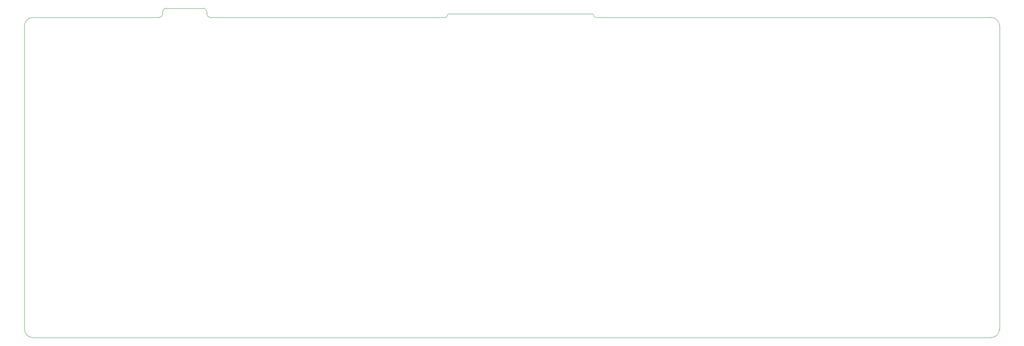
<source format=gbr>
G04 #@! TF.GenerationSoftware,KiCad,Pcbnew,(5.1.2-1)-1*
G04 #@! TF.CreationDate,2019-11-25T17:28:25-06:00*
G04 #@! TF.ProjectId,therick_THT,74686572-6963-46b5-9f54-48542e6b6963,rev?*
G04 #@! TF.SameCoordinates,Original*
G04 #@! TF.FileFunction,Profile,NP*
%FSLAX46Y46*%
G04 Gerber Fmt 4.6, Leading zero omitted, Abs format (unit mm)*
G04 Created by KiCad (PCBNEW (5.1.2-1)-1) date 2019-11-25 17:28:25*
%MOMM*%
%LPD*%
G04 APERTURE LIST*
%ADD10C,0.050000*%
G04 APERTURE END LIST*
D10*
X79012125Y-34435000D02*
G75*
G02X79862183Y-33584942I850058J0D01*
G01*
X88412817Y-33584942D02*
G75*
G02X89262875Y-34435000I0J-850058D01*
G01*
X271859375Y-35718750D02*
G75*
G02X273843750Y-37703125I0J-1984375D01*
G01*
X273843750Y-108346875D02*
G75*
G02X271859375Y-110331250I-1984375J0D01*
G01*
X48815625Y-110331250D02*
G75*
G02X46831250Y-108346875I0J1984375D01*
G01*
X46831250Y-37703125D02*
G75*
G02X48815625Y-35718750I1984375J0D01*
G01*
X145256250Y-35321875D02*
G75*
G02X145653125Y-34925000I396875J0D01*
G01*
X145256250Y-35321875D02*
G75*
G02X144859375Y-35718750I-396875J0D01*
G01*
X178990625Y-34925000D02*
G75*
G02X179387500Y-35321875I0J-396875D01*
G01*
X179784375Y-35718750D02*
G75*
G02X179387500Y-35321875I0J396875D01*
G01*
X90056625Y-35718750D02*
G75*
G02X89262875Y-34925000I0J793750D01*
G01*
X79012125Y-34925000D02*
G75*
G02X78218375Y-35718750I-793750J0D01*
G01*
X79012125Y-34435000D02*
X79012125Y-34925000D01*
X88412817Y-33584942D02*
X79862183Y-33584942D01*
X89262875Y-34925000D02*
X89262875Y-34435000D01*
X144859375Y-35718750D02*
X90056625Y-35718750D01*
X178990625Y-34925000D02*
X145653125Y-34925000D01*
X271859375Y-35718750D02*
X179784375Y-35718750D01*
X273843750Y-108346875D02*
X273843750Y-37703125D01*
X48815625Y-110331250D02*
X271859375Y-110331250D01*
X46831250Y-37703125D02*
X46831250Y-108346875D01*
X78218375Y-35718750D02*
X48815625Y-35718750D01*
M02*

</source>
